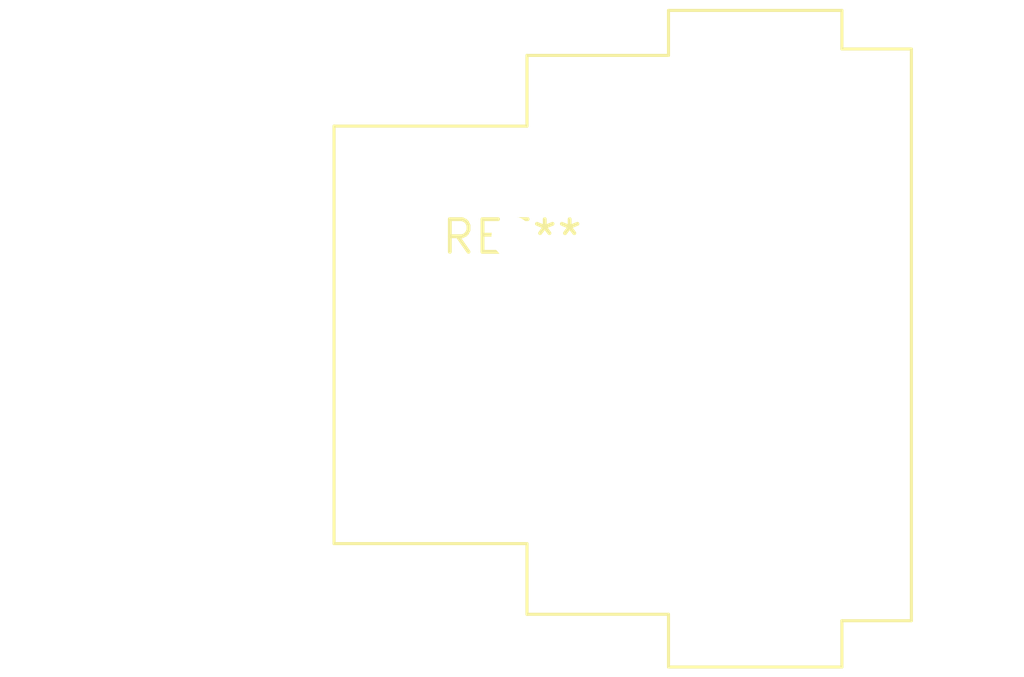
<source format=kicad_pcb>
(kicad_pcb (version 20240108) (generator pcbnew)
  (layers (0 "F.Cu" signal) (31 "B.Cu" signal) (34 "B.Paste" user) (35 "F.Paste" user) (36 "B.SilkS" user "B.Silkscreen") (37 "F.SilkS" user "F.Silkscreen") (38 "B.Mask" user) (39 "F.Mask" user) (44 "Edge.Cuts" user))
  (net 0 "")
  (footprint "Jack_XLR_Neutrik_NC3FBH2-B_Horizontal" (layer "F.Cu") (at 0 0)
    (property "Reference" "REF**")
    (property "Value" "Jack_XLR_Neutrik_NC3FBH2-B_Horizontal")
    (fp_line (start -6.92 -4.31) (end -6.92 11.93) (layer "F.SilkS") (stroke (width 0.12)))
    (fp_line (start 0.58 -7.06) (end 0.58 -4.31) (layer "F.SilkS") (stroke (width 0.12)))
    (fp_line (start 0.58 -4.31) (end -6.92 -4.31) (layer "F.SilkS") (stroke (width 0.12)))
    (fp_line (start 0.58 11.93) (end -6.92 11.93) (layer "F.SilkS") (stroke (width 0.12)))
    (fp_line (start 0.58 11.93) (end 0.58 14.68) (layer "F.SilkS") (stroke (width 0.12)))
    (fp_line (start 6.08 -7.06) (end 0.58 -7.06) (layer "F.SilkS") (stroke (width 0.12)))
    (fp_line (start 6.08 -7.06) (end 6.08 -8.81) (layer "F.SilkS") (stroke (width 0.12)))
    (fp_line (start 6.08 14.68) (end 0.58 14.68) (layer "F.SilkS") (stroke (width 0.12)))
    (fp_line (start 6.08 16.73) (end 6.08 14.68) (layer "F.SilkS") (stroke (width 0.12)))
    (fp_line (start 12.82 -8.81) (end 6.08 -8.81) (layer "F.SilkS") (stroke (width 0.12)))
    (fp_line (start 12.82 -8.81) (end 12.82 -7.31) (layer "F.SilkS") (stroke (width 0.12)))
    (fp_line (start 12.82 -7.31) (end 15.52 -7.31) (layer "F.SilkS") (stroke (width 0.12)))
    (fp_line (start 12.82 14.93) (end 12.82 16.73) (layer "F.SilkS") (stroke (width 0.12)))
    (fp_line (start 12.82 14.93) (end 15.52 14.93) (layer "F.SilkS") (stroke (width 0.12)))
    (fp_line (start 12.82 16.73) (end 6.08 16.73) (layer "F.SilkS") (stroke (width 0.12)))
    (fp_line (start 15.52 -7.31) (end 15.52 14.93) (layer "F.SilkS") (stroke (width 0.12)))
    (pad "" np_thru_hole circle (at 3.81 7.62) (size 1.6 1.6) (drill 1.6) (layers *.Cu *.Mask))
    (pad "" np_thru_hole circle (at 8.89 0) (size 1.6 1.6) (drill 1.6) (layers *.Cu *.Mask))
    (pad "1" thru_hole circle (at 0 0) (size 3.4 3.4) (drill 1.6) (layers *.Cu *.Mask) (remove_unused_layers))
    (pad "2" thru_hole circle (at -0.635 7.62) (size 3.4 3.4) (drill 1.6) (layers *.Cu *.Mask) (remove_unused_layers))
    (pad "3" thru_hole circle (at -4.45 3.81) (size 2.9 2.9) (drill 1.2) (layers *.Cu *.Mask) (remove_unused_layers))
    (pad "G" thru_hole circle (at 5.72 -4.44) (size 2.9 2.9) (drill 1.2) (layers *.Cu *.Mask) (remove_unused_layers))
  )
)
</source>
